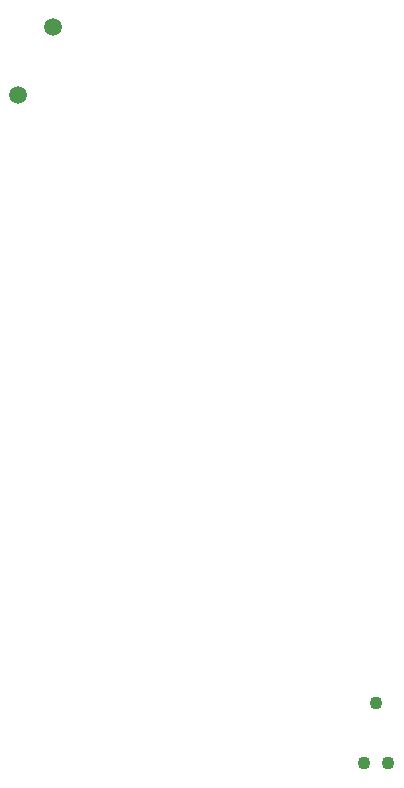
<source format=gts>
G04 #@! TF.GenerationSoftware,KiCad,Pcbnew,(6.0.8)*
G04 #@! TF.CreationDate,2022-11-13T23:10:32+08:00*
G04 #@! TF.ProjectId,SI_FRL,53495f46-524c-42e6-9b69-6361645f7063,rev?*
G04 #@! TF.SameCoordinates,Original*
G04 #@! TF.FileFunction,Soldermask,Top*
G04 #@! TF.FilePolarity,Negative*
%FSLAX46Y46*%
G04 Gerber Fmt 4.6, Leading zero omitted, Abs format (unit mm)*
G04 Created by KiCad (PCBNEW (6.0.8)) date 2022-11-13 23:10:32*
%MOMM*%
%LPD*%
G01*
G04 APERTURE LIST*
%ADD10C,1.502000*%
%ADD11C,1.092600*%
G04 APERTURE END LIST*
D10*
X250950000Y-5080000D03*
X253875000Y640000D03*
D11*
X282216000Y-61640000D03*
X280184000Y-61640000D03*
X281200000Y-56560000D03*
M02*

</source>
